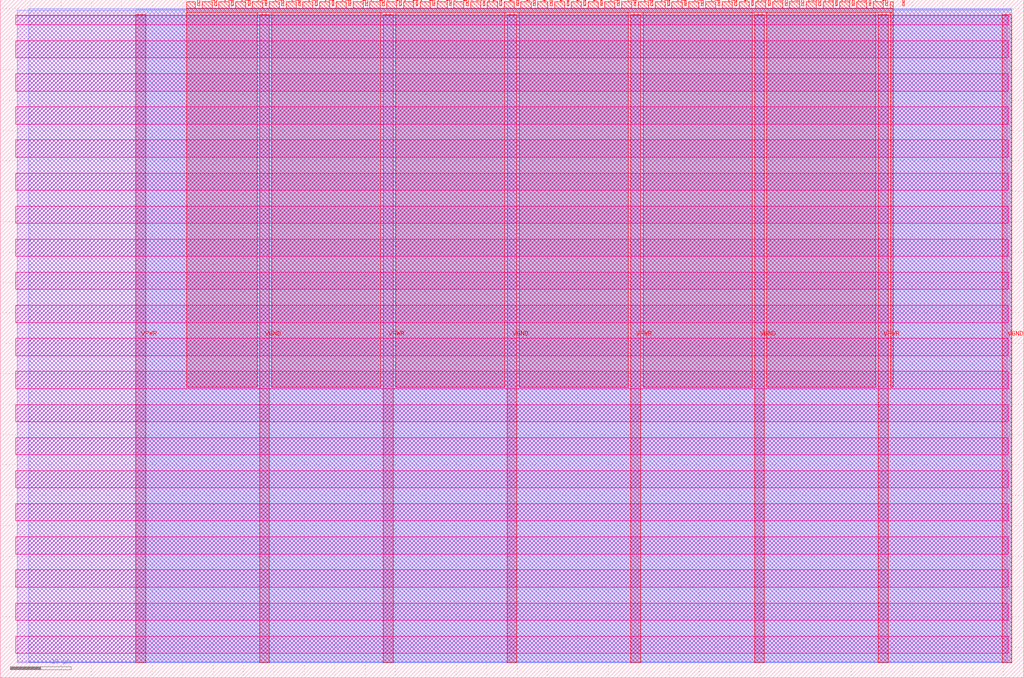
<source format=lef>
VERSION 5.7 ;
  NOWIREEXTENSIONATPIN ON ;
  DIVIDERCHAR "/" ;
  BUSBITCHARS "[]" ;
MACRO tt_um_gharenthi_top
  CLASS BLOCK ;
  FOREIGN tt_um_gharenthi_top ;
  ORIGIN 0.000 0.000 ;
  SIZE 168.360 BY 111.520 ;
  PIN VGND
    DIRECTION INOUT ;
    USE GROUND ;
    PORT
      LAYER met4 ;
        RECT 42.670 2.480 44.270 109.040 ;
    END
    PORT
      LAYER met4 ;
        RECT 83.380 2.480 84.980 109.040 ;
    END
    PORT
      LAYER met4 ;
        RECT 124.090 2.480 125.690 109.040 ;
    END
    PORT
      LAYER met4 ;
        RECT 164.800 2.480 166.400 109.040 ;
    END
  END VGND
  PIN VPWR
    DIRECTION INOUT ;
    USE POWER ;
    PORT
      LAYER met4 ;
        RECT 22.315 2.480 23.915 109.040 ;
    END
    PORT
      LAYER met4 ;
        RECT 63.025 2.480 64.625 109.040 ;
    END
    PORT
      LAYER met4 ;
        RECT 103.735 2.480 105.335 109.040 ;
    END
    PORT
      LAYER met4 ;
        RECT 144.445 2.480 146.045 109.040 ;
    END
  END VPWR
  PIN clk
    DIRECTION INPUT ;
    USE SIGNAL ;
    ANTENNAGATEAREA 0.852000 ;
    PORT
      LAYER met4 ;
        RECT 145.670 110.520 145.970 111.520 ;
    END
  END clk
  PIN ena
    DIRECTION INPUT ;
    USE SIGNAL ;
    PORT
      LAYER met4 ;
        RECT 148.430 110.520 148.730 111.520 ;
    END
  END ena
  PIN rst_n
    DIRECTION INPUT ;
    USE SIGNAL ;
    ANTENNAGATEAREA 0.196500 ;
    PORT
      LAYER met4 ;
        RECT 142.910 110.520 143.210 111.520 ;
    END
  END rst_n
  PIN ui_in[0]
    DIRECTION INPUT ;
    USE SIGNAL ;
    PORT
      LAYER met4 ;
        RECT 140.150 110.520 140.450 111.520 ;
    END
  END ui_in[0]
  PIN ui_in[1]
    DIRECTION INPUT ;
    USE SIGNAL ;
    PORT
      LAYER met4 ;
        RECT 137.390 110.520 137.690 111.520 ;
    END
  END ui_in[1]
  PIN ui_in[2]
    DIRECTION INPUT ;
    USE SIGNAL ;
    PORT
      LAYER met4 ;
        RECT 134.630 110.520 134.930 111.520 ;
    END
  END ui_in[2]
  PIN ui_in[3]
    DIRECTION INPUT ;
    USE SIGNAL ;
    PORT
      LAYER met4 ;
        RECT 131.870 110.520 132.170 111.520 ;
    END
  END ui_in[3]
  PIN ui_in[4]
    DIRECTION INPUT ;
    USE SIGNAL ;
    ANTENNAGATEAREA 0.159000 ;
    PORT
      LAYER met4 ;
        RECT 129.110 110.520 129.410 111.520 ;
    END
  END ui_in[4]
  PIN ui_in[5]
    DIRECTION INPUT ;
    USE SIGNAL ;
    ANTENNAGATEAREA 0.159000 ;
    PORT
      LAYER met4 ;
        RECT 126.350 110.520 126.650 111.520 ;
    END
  END ui_in[5]
  PIN ui_in[6]
    DIRECTION INPUT ;
    USE SIGNAL ;
    ANTENNAGATEAREA 0.159000 ;
    PORT
      LAYER met4 ;
        RECT 123.590 110.520 123.890 111.520 ;
    END
  END ui_in[6]
  PIN ui_in[7]
    DIRECTION INPUT ;
    USE SIGNAL ;
    ANTENNAGATEAREA 0.159000 ;
    PORT
      LAYER met4 ;
        RECT 120.830 110.520 121.130 111.520 ;
    END
  END ui_in[7]
  PIN uio_in[0]
    DIRECTION INPUT ;
    USE SIGNAL ;
    PORT
      LAYER met4 ;
        RECT 118.070 110.520 118.370 111.520 ;
    END
  END uio_in[0]
  PIN uio_in[1]
    DIRECTION INPUT ;
    USE SIGNAL ;
    PORT
      LAYER met4 ;
        RECT 115.310 110.520 115.610 111.520 ;
    END
  END uio_in[1]
  PIN uio_in[2]
    DIRECTION INPUT ;
    USE SIGNAL ;
    PORT
      LAYER met4 ;
        RECT 112.550 110.520 112.850 111.520 ;
    END
  END uio_in[2]
  PIN uio_in[3]
    DIRECTION INPUT ;
    USE SIGNAL ;
    PORT
      LAYER met4 ;
        RECT 109.790 110.520 110.090 111.520 ;
    END
  END uio_in[3]
  PIN uio_in[4]
    DIRECTION INPUT ;
    USE SIGNAL ;
    PORT
      LAYER met4 ;
        RECT 107.030 110.520 107.330 111.520 ;
    END
  END uio_in[4]
  PIN uio_in[5]
    DIRECTION INPUT ;
    USE SIGNAL ;
    PORT
      LAYER met4 ;
        RECT 104.270 110.520 104.570 111.520 ;
    END
  END uio_in[5]
  PIN uio_in[6]
    DIRECTION INPUT ;
    USE SIGNAL ;
    PORT
      LAYER met4 ;
        RECT 101.510 110.520 101.810 111.520 ;
    END
  END uio_in[6]
  PIN uio_in[7]
    DIRECTION INPUT ;
    USE SIGNAL ;
    PORT
      LAYER met4 ;
        RECT 98.750 110.520 99.050 111.520 ;
    END
  END uio_in[7]
  PIN uio_oe[0]
    DIRECTION OUTPUT TRISTATE ;
    USE SIGNAL ;
    PORT
      LAYER met4 ;
        RECT 51.830 110.520 52.130 111.520 ;
    END
  END uio_oe[0]
  PIN uio_oe[1]
    DIRECTION OUTPUT TRISTATE ;
    USE SIGNAL ;
    PORT
      LAYER met4 ;
        RECT 49.070 110.520 49.370 111.520 ;
    END
  END uio_oe[1]
  PIN uio_oe[2]
    DIRECTION OUTPUT TRISTATE ;
    USE SIGNAL ;
    PORT
      LAYER met4 ;
        RECT 46.310 110.520 46.610 111.520 ;
    END
  END uio_oe[2]
  PIN uio_oe[3]
    DIRECTION OUTPUT TRISTATE ;
    USE SIGNAL ;
    PORT
      LAYER met4 ;
        RECT 43.550 110.520 43.850 111.520 ;
    END
  END uio_oe[3]
  PIN uio_oe[4]
    DIRECTION OUTPUT TRISTATE ;
    USE SIGNAL ;
    PORT
      LAYER met4 ;
        RECT 40.790 110.520 41.090 111.520 ;
    END
  END uio_oe[4]
  PIN uio_oe[5]
    DIRECTION OUTPUT TRISTATE ;
    USE SIGNAL ;
    PORT
      LAYER met4 ;
        RECT 38.030 110.520 38.330 111.520 ;
    END
  END uio_oe[5]
  PIN uio_oe[6]
    DIRECTION OUTPUT TRISTATE ;
    USE SIGNAL ;
    PORT
      LAYER met4 ;
        RECT 35.270 110.520 35.570 111.520 ;
    END
  END uio_oe[6]
  PIN uio_oe[7]
    DIRECTION OUTPUT TRISTATE ;
    USE SIGNAL ;
    PORT
      LAYER met4 ;
        RECT 32.510 110.520 32.810 111.520 ;
    END
  END uio_oe[7]
  PIN uio_out[0]
    DIRECTION OUTPUT TRISTATE ;
    USE SIGNAL ;
    PORT
      LAYER met4 ;
        RECT 73.910 110.520 74.210 111.520 ;
    END
  END uio_out[0]
  PIN uio_out[1]
    DIRECTION OUTPUT TRISTATE ;
    USE SIGNAL ;
    PORT
      LAYER met4 ;
        RECT 71.150 110.520 71.450 111.520 ;
    END
  END uio_out[1]
  PIN uio_out[2]
    DIRECTION OUTPUT TRISTATE ;
    USE SIGNAL ;
    PORT
      LAYER met4 ;
        RECT 68.390 110.520 68.690 111.520 ;
    END
  END uio_out[2]
  PIN uio_out[3]
    DIRECTION OUTPUT TRISTATE ;
    USE SIGNAL ;
    PORT
      LAYER met4 ;
        RECT 65.630 110.520 65.930 111.520 ;
    END
  END uio_out[3]
  PIN uio_out[4]
    DIRECTION OUTPUT TRISTATE ;
    USE SIGNAL ;
    PORT
      LAYER met4 ;
        RECT 62.870 110.520 63.170 111.520 ;
    END
  END uio_out[4]
  PIN uio_out[5]
    DIRECTION OUTPUT TRISTATE ;
    USE SIGNAL ;
    PORT
      LAYER met4 ;
        RECT 60.110 110.520 60.410 111.520 ;
    END
  END uio_out[5]
  PIN uio_out[6]
    DIRECTION OUTPUT TRISTATE ;
    USE SIGNAL ;
    PORT
      LAYER met4 ;
        RECT 57.350 110.520 57.650 111.520 ;
    END
  END uio_out[6]
  PIN uio_out[7]
    DIRECTION OUTPUT TRISTATE ;
    USE SIGNAL ;
    PORT
      LAYER met4 ;
        RECT 54.590 110.520 54.890 111.520 ;
    END
  END uio_out[7]
  PIN uo_out[0]
    DIRECTION OUTPUT TRISTATE ;
    USE SIGNAL ;
    PORT
      LAYER met4 ;
        RECT 95.990 110.520 96.290 111.520 ;
    END
  END uo_out[0]
  PIN uo_out[1]
    DIRECTION OUTPUT TRISTATE ;
    USE SIGNAL ;
    PORT
      LAYER met4 ;
        RECT 93.230 110.520 93.530 111.520 ;
    END
  END uo_out[1]
  PIN uo_out[2]
    DIRECTION OUTPUT TRISTATE ;
    USE SIGNAL ;
    PORT
      LAYER met4 ;
        RECT 90.470 110.520 90.770 111.520 ;
    END
  END uo_out[2]
  PIN uo_out[3]
    DIRECTION OUTPUT TRISTATE ;
    USE SIGNAL ;
    PORT
      LAYER met4 ;
        RECT 87.710 110.520 88.010 111.520 ;
    END
  END uo_out[3]
  PIN uo_out[4]
    DIRECTION OUTPUT TRISTATE ;
    USE SIGNAL ;
    PORT
      LAYER met4 ;
        RECT 84.950 110.520 85.250 111.520 ;
    END
  END uo_out[4]
  PIN uo_out[5]
    DIRECTION OUTPUT TRISTATE ;
    USE SIGNAL ;
    PORT
      LAYER met4 ;
        RECT 82.190 110.520 82.490 111.520 ;
    END
  END uo_out[5]
  PIN uo_out[6]
    DIRECTION OUTPUT TRISTATE ;
    USE SIGNAL ;
    PORT
      LAYER met4 ;
        RECT 79.430 110.520 79.730 111.520 ;
    END
  END uo_out[6]
  PIN uo_out[7]
    DIRECTION OUTPUT TRISTATE ;
    USE SIGNAL ;
    ANTENNADIFFAREA 0.445500 ;
    PORT
      LAYER met4 ;
        RECT 76.670 110.520 76.970 111.520 ;
    END
  END uo_out[7]
  OBS
      LAYER nwell ;
        RECT 2.570 107.385 165.790 108.990 ;
        RECT 2.570 101.945 165.790 104.775 ;
        RECT 2.570 96.505 165.790 99.335 ;
        RECT 2.570 91.065 165.790 93.895 ;
        RECT 2.570 85.625 165.790 88.455 ;
        RECT 2.570 80.185 165.790 83.015 ;
        RECT 2.570 74.745 165.790 77.575 ;
        RECT 2.570 69.305 165.790 72.135 ;
        RECT 2.570 63.865 165.790 66.695 ;
        RECT 2.570 58.425 165.790 61.255 ;
        RECT 2.570 52.985 165.790 55.815 ;
        RECT 2.570 47.545 165.790 50.375 ;
        RECT 2.570 42.105 165.790 44.935 ;
        RECT 2.570 36.665 165.790 39.495 ;
        RECT 2.570 31.225 165.790 34.055 ;
        RECT 2.570 25.785 165.790 28.615 ;
        RECT 2.570 20.345 165.790 23.175 ;
        RECT 2.570 14.905 165.790 17.735 ;
        RECT 2.570 9.465 165.790 12.295 ;
        RECT 2.570 4.025 165.790 6.855 ;
      LAYER li1 ;
        RECT 2.760 2.635 165.600 108.885 ;
      LAYER met1 ;
        RECT 2.760 2.480 166.400 109.780 ;
      LAYER met2 ;
        RECT 4.700 2.535 166.370 110.005 ;
      LAYER met3 ;
        RECT 22.325 2.555 166.390 109.985 ;
      LAYER met4 ;
        RECT 30.655 110.120 32.110 111.170 ;
        RECT 33.210 110.120 34.870 111.170 ;
        RECT 35.970 110.120 37.630 111.170 ;
        RECT 38.730 110.120 40.390 111.170 ;
        RECT 41.490 110.120 43.150 111.170 ;
        RECT 44.250 110.120 45.910 111.170 ;
        RECT 47.010 110.120 48.670 111.170 ;
        RECT 49.770 110.120 51.430 111.170 ;
        RECT 52.530 110.120 54.190 111.170 ;
        RECT 55.290 110.120 56.950 111.170 ;
        RECT 58.050 110.120 59.710 111.170 ;
        RECT 60.810 110.120 62.470 111.170 ;
        RECT 63.570 110.120 65.230 111.170 ;
        RECT 66.330 110.120 67.990 111.170 ;
        RECT 69.090 110.120 70.750 111.170 ;
        RECT 71.850 110.120 73.510 111.170 ;
        RECT 74.610 110.120 76.270 111.170 ;
        RECT 77.370 110.120 79.030 111.170 ;
        RECT 80.130 110.120 81.790 111.170 ;
        RECT 82.890 110.120 84.550 111.170 ;
        RECT 85.650 110.120 87.310 111.170 ;
        RECT 88.410 110.120 90.070 111.170 ;
        RECT 91.170 110.120 92.830 111.170 ;
        RECT 93.930 110.120 95.590 111.170 ;
        RECT 96.690 110.120 98.350 111.170 ;
        RECT 99.450 110.120 101.110 111.170 ;
        RECT 102.210 110.120 103.870 111.170 ;
        RECT 104.970 110.120 106.630 111.170 ;
        RECT 107.730 110.120 109.390 111.170 ;
        RECT 110.490 110.120 112.150 111.170 ;
        RECT 113.250 110.120 114.910 111.170 ;
        RECT 116.010 110.120 117.670 111.170 ;
        RECT 118.770 110.120 120.430 111.170 ;
        RECT 121.530 110.120 123.190 111.170 ;
        RECT 124.290 110.120 125.950 111.170 ;
        RECT 127.050 110.120 128.710 111.170 ;
        RECT 129.810 110.120 131.470 111.170 ;
        RECT 132.570 110.120 134.230 111.170 ;
        RECT 135.330 110.120 136.990 111.170 ;
        RECT 138.090 110.120 139.750 111.170 ;
        RECT 140.850 110.120 142.510 111.170 ;
        RECT 143.610 110.120 145.270 111.170 ;
        RECT 146.370 110.120 146.905 111.170 ;
        RECT 30.655 109.440 146.905 110.120 ;
        RECT 30.655 47.775 42.270 109.440 ;
        RECT 44.670 47.775 62.625 109.440 ;
        RECT 65.025 47.775 82.980 109.440 ;
        RECT 85.380 47.775 103.335 109.440 ;
        RECT 105.735 47.775 123.690 109.440 ;
        RECT 126.090 47.775 144.045 109.440 ;
        RECT 146.445 47.775 146.905 109.440 ;
  END
END tt_um_gharenthi_top
END LIBRARY


</source>
